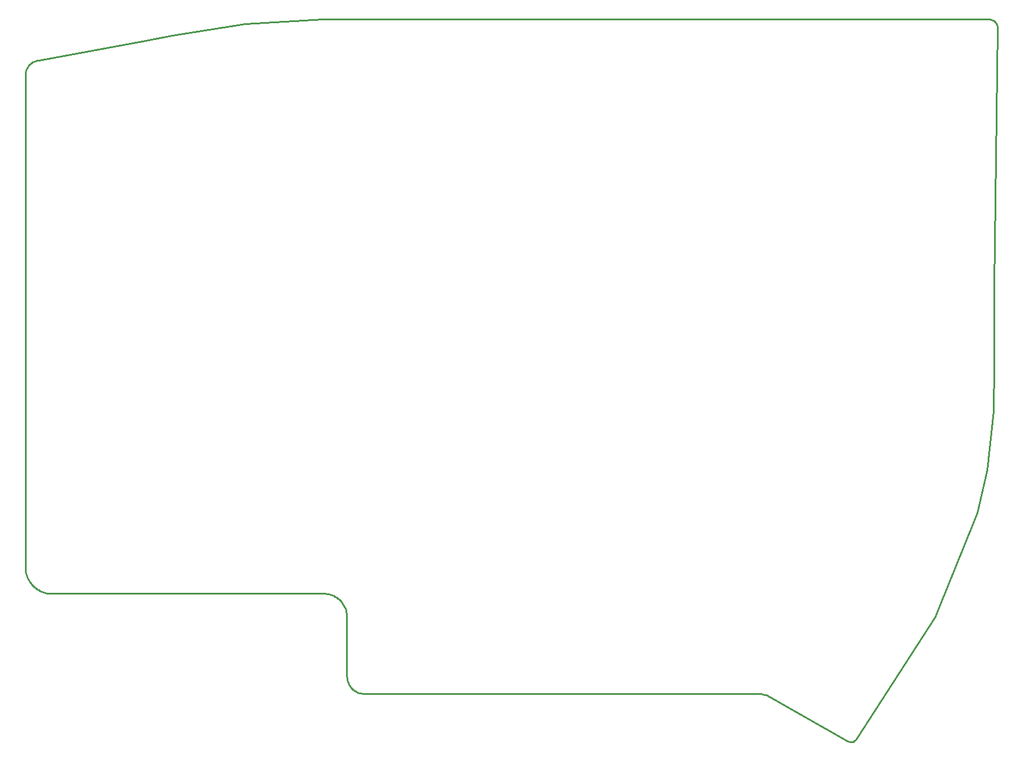
<source format=gko>
G04*
G04 #@! TF.GenerationSoftware,Altium Limited,Altium Designer,21.2.1 (34)*
G04*
G04 Layer_Color=16711935*
%FSLAX25Y25*%
%MOIN*%
G70*
G04*
G04 #@! TF.SameCoordinates,D9DA92A3-D26D-4F9D-A7EC-0AB5783BD49A*
G04*
G04*
G04 #@! TF.FilePolarity,Positive*
G04*
G01*
G75*
%ADD10C,0.01000*%
D10*
X514845Y54993D02*
X514023Y55474D01*
X513169Y55897D01*
X512287Y56257D01*
X511382Y56555D01*
X510459Y56788D01*
X509521Y56956D01*
X508574Y57056D01*
X507622Y57090D01*
X94216Y421096D02*
X93238Y420966D01*
X92282Y420725D01*
X91359Y420375D01*
X90482Y419922D01*
X89664Y419372D01*
X88914Y418731D01*
X88243Y418008D01*
X87659Y417212D01*
X87170Y416356D01*
X86783Y415448D01*
X86503Y414502D01*
X86333Y413530D01*
X86277Y412545D01*
X86277Y130005D02*
X86309Y128996D01*
X86409Y127990D01*
X86573Y126994D01*
X86802Y126010D01*
X87096Y125043D01*
X87451Y124098D01*
X87868Y123178D01*
X88345Y122287D01*
X88878Y121430D01*
X89466Y120608D01*
X90107Y119828D01*
X90798Y119090D01*
X91535Y118400D01*
X92316Y117759D01*
X93137Y117171D01*
X93994Y116638D01*
X94885Y116161D01*
X95805Y115744D01*
X96750Y115389D01*
X97717Y115095D01*
X98701Y114866D01*
X99697Y114702D01*
X100703Y114603D01*
X101712Y114569D01*
X558653Y30126D02*
X559499Y29626D01*
X560441Y29348D01*
X561422Y29309D01*
X562383Y29511D01*
X563266Y29942D01*
X564016Y30576D01*
X564588Y31374D01*
X645533Y439398D02*
X645450Y440350D01*
X645203Y441272D01*
X644799Y442137D01*
X644252Y442919D01*
X643576Y443595D01*
X642794Y444142D01*
X641929Y444546D01*
X641007Y444793D01*
X640056Y444876D01*
X271248Y67123D02*
X271296Y66140D01*
X271441Y65165D01*
X271680Y64210D01*
X272012Y63283D01*
X272433Y62392D01*
X272939Y61547D01*
X273526Y60756D01*
X274188Y60026D01*
X274918Y59365D01*
X275709Y58778D01*
X276553Y58272D01*
X277444Y57851D01*
X278371Y57519D01*
X279327Y57279D01*
X280301Y57135D01*
X281285Y57087D01*
X271260Y101124D02*
X271222Y102132D01*
X271109Y103135D01*
X270922Y104126D01*
X270661Y105100D01*
X270327Y106052D01*
X269924Y106976D01*
X269453Y107868D01*
X268916Y108722D01*
X268317Y109534D01*
X267659Y110298D01*
X266946Y111011D01*
X266182Y111669D01*
X265370Y112268D01*
X264516Y112805D01*
X263624Y113276D01*
X262700Y113680D01*
X261748Y114013D01*
X260774Y114274D01*
X259783Y114461D01*
X258780Y114574D01*
X257772Y114612D01*
X281285Y57087D02*
X507622Y57090D01*
X514845Y54993D02*
X558653Y30126D01*
X609394Y101095D02*
X633661Y161221D01*
X564588Y31374D02*
X609394Y101095D01*
X639370Y185827D02*
X643099Y219290D01*
X633661Y161221D02*
X639370Y185827D01*
X155315Y432480D02*
X170866Y435433D01*
X212795Y442126D01*
X257283Y444884D01*
X94216Y421096D02*
X155315Y432480D01*
X86277Y412545D02*
X86277Y130005D01*
X257283Y444884D02*
X640056Y444876D01*
X643307Y291732D02*
X645533Y439398D01*
X101712Y114569D02*
X257772Y114613D01*
X271248Y67123D02*
X271260Y101124D01*
X643307Y245276D02*
Y291732D01*
X643099Y219290D02*
X643307Y245276D01*
M02*

</source>
